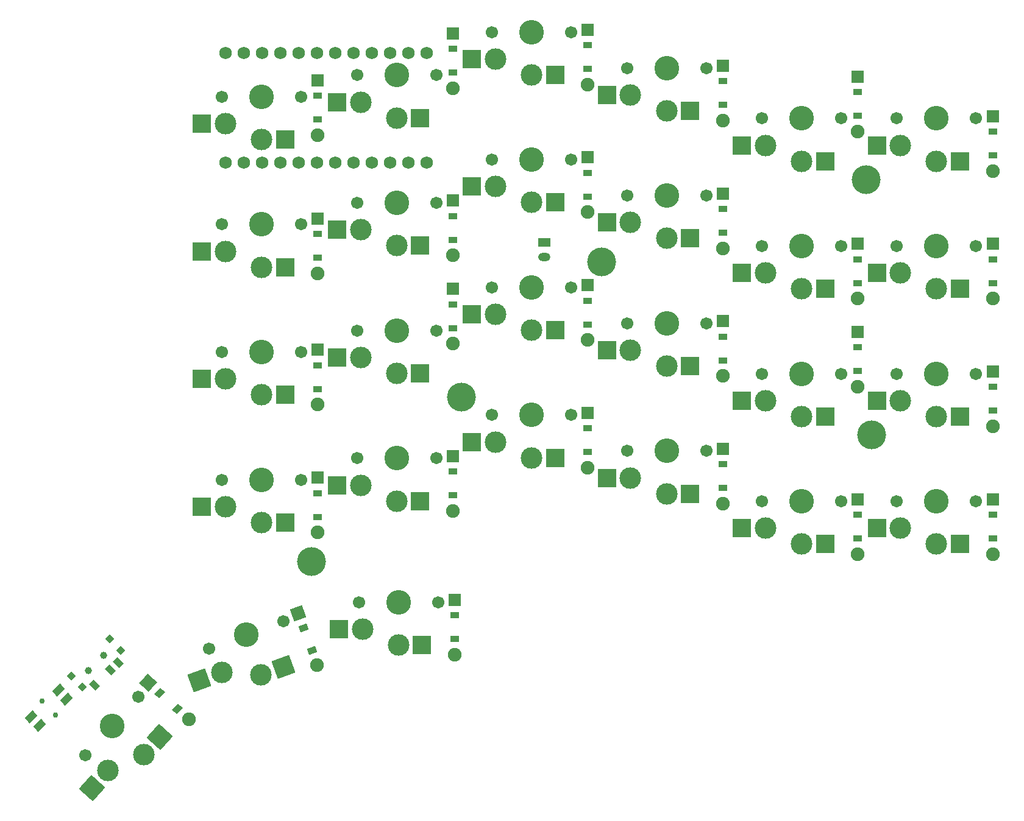
<source format=gbr>
%TF.GenerationSoftware,KiCad,Pcbnew,8.0.7*%
%TF.CreationDate,2024-12-27T12:50:11-06:00*%
%TF.ProjectId,right,72696768-742e-46b6-9963-61645f706362,v1.0.0*%
%TF.SameCoordinates,Original*%
%TF.FileFunction,Soldermask,Bot*%
%TF.FilePolarity,Negative*%
%FSLAX46Y46*%
G04 Gerber Fmt 4.6, Leading zero omitted, Abs format (unit mm)*
G04 Created by KiCad (PCBNEW 8.0.7) date 2024-12-27 12:50:11*
%MOMM*%
%LPD*%
G01*
G04 APERTURE LIST*
G04 Aperture macros list*
%AMRotRect*
0 Rectangle, with rotation*
0 The origin of the aperture is its center*
0 $1 length*
0 $2 width*
0 $3 Rotation angle, in degrees counterclockwise*
0 Add horizontal line*
21,1,$1,$2,0,0,$3*%
G04 Aperture macros list end*
%ADD10RotRect,0.900000X0.900000X44.000000*%
%ADD11C,1.000000*%
%ADD12RotRect,0.900000X1.250000X44.000000*%
%ADD13C,4.000000*%
%ADD14C,1.701800*%
%ADD15C,3.000000*%
%ADD16C,3.429000*%
%ADD17R,2.600000X2.600000*%
%ADD18R,1.778000X1.778000*%
%ADD19R,1.200000X0.900000*%
%ADD20C,1.905000*%
%ADD21RotRect,2.600000X2.600000X228.000000*%
%ADD22R,1.700000X1.200000*%
%ADD23O,1.700000X1.200000*%
%ADD24C,1.752600*%
%ADD25RotRect,2.600000X2.600000X200.000000*%
%ADD26C,0.750000*%
%ADD27RotRect,1.550000X1.000000X44.000000*%
%ADD28RotRect,1.778000X1.778000X290.000000*%
%ADD29RotRect,0.900000X1.200000X290.000000*%
%ADD30RotRect,1.778000X1.778000X318.000000*%
%ADD31RotRect,0.900000X1.200000X318.000000*%
G04 APERTURE END LIST*
D10*
%TO.C,T1*%
X267317797Y-174264882D03*
X268846045Y-175847430D03*
D11*
X269664468Y-173527908D03*
X271822488Y-171443932D03*
D10*
X272640911Y-169124410D03*
X274169159Y-170706958D03*
D12*
X270566380Y-175541531D03*
X272724399Y-173457556D03*
X273803409Y-172415569D03*
%TD*%
D13*
%TO.C,*%
X378500000Y-140750000D03*
%TD*%
D14*
%TO.C,S18*%
X318000000Y-126250000D03*
D15*
X312500000Y-132200000D03*
D16*
X312500000Y-126250000D03*
D15*
X307500000Y-130000000D03*
D14*
X307000000Y-126250000D03*
D17*
X315775000Y-132200000D03*
X304225000Y-130000000D03*
%TD*%
D13*
%TO.C,*%
X341000000Y-116750000D03*
%TD*%
D18*
%TO.C,D6*%
X376550000Y-114190000D03*
D19*
X376550000Y-116350000D03*
X376550000Y-119650000D03*
D20*
X376550000Y-121810000D03*
%TD*%
D18*
%TO.C,D21*%
X376550000Y-126440000D03*
D19*
X376550000Y-128600000D03*
X376550000Y-131900000D03*
D20*
X376550000Y-134060000D03*
%TD*%
D14*
%TO.C,S5*%
X374250000Y-150000000D03*
D15*
X368750000Y-155950000D03*
D16*
X368750000Y-150000000D03*
D15*
X363750000Y-153750000D03*
D14*
X363250000Y-150000000D03*
D17*
X372025000Y-155950000D03*
X360475000Y-153750000D03*
%TD*%
D14*
%TO.C,S23*%
X299250000Y-111500000D03*
D15*
X293750000Y-117450000D03*
D16*
X293750000Y-111500000D03*
D15*
X288750000Y-115250000D03*
D14*
X288250000Y-111500000D03*
D17*
X297025000Y-117450000D03*
X285475000Y-115250000D03*
%TD*%
D18*
%TO.C,D1*%
X395300000Y-149690000D03*
D19*
X395300000Y-151850000D03*
X395300000Y-155150000D03*
D20*
X395300000Y-157310000D03*
%TD*%
D18*
%TO.C,D17*%
X301550000Y-128940000D03*
D19*
X301550000Y-131100000D03*
X301550000Y-134400000D03*
D20*
X301550000Y-136560000D03*
%TD*%
D18*
%TO.C,D14*%
X320300000Y-143690000D03*
D19*
X320300000Y-145850000D03*
X320300000Y-149150000D03*
D20*
X320300000Y-151310000D03*
%TD*%
D14*
%TO.C,S15*%
X336750000Y-102500000D03*
D15*
X331250000Y-108450000D03*
D16*
X331250000Y-102500000D03*
D15*
X326250000Y-106250000D03*
D14*
X325750000Y-102500000D03*
D17*
X334525000Y-108450000D03*
X322975000Y-106250000D03*
%TD*%
D14*
%TO.C,S4*%
X393000000Y-96750000D03*
D15*
X387500000Y-102700000D03*
D16*
X387500000Y-96750000D03*
D15*
X382500000Y-100500000D03*
D14*
X382000000Y-96750000D03*
D17*
X390775000Y-102700000D03*
X379225000Y-100500000D03*
%TD*%
D14*
%TO.C,S27*%
X276651629Y-177132826D03*
D15*
X277393123Y-185201450D03*
D16*
X272971411Y-181220123D03*
D15*
X272412551Y-187445087D03*
D14*
X269291193Y-185307420D03*
D21*
X279584525Y-182767651D03*
X270221148Y-189878886D03*
%TD*%
D14*
%TO.C,S17*%
X318000000Y-144000000D03*
D15*
X312500000Y-149950000D03*
D16*
X312500000Y-144000000D03*
D15*
X307500000Y-147750000D03*
D14*
X307000000Y-144000000D03*
D17*
X315775000Y-149950000D03*
X304225000Y-147750000D03*
%TD*%
D14*
%TO.C,S2*%
X393000000Y-132250000D03*
D15*
X387500000Y-138200000D03*
D16*
X387500000Y-132250000D03*
D15*
X382500000Y-136000000D03*
D14*
X382000000Y-132250000D03*
D17*
X390775000Y-138200000D03*
X379225000Y-136000000D03*
%TD*%
D18*
%TO.C,D13*%
X339050000Y-84440000D03*
D19*
X339050000Y-86600000D03*
X339050000Y-89900000D03*
D20*
X339050000Y-92060000D03*
%TD*%
D22*
%TO.C,JST1*%
X333000000Y-114000000D03*
D23*
X333000000Y-116000000D03*
%TD*%
D13*
%TO.C,*%
X300683611Y-158349259D03*
%TD*%
D18*
%TO.C,D4*%
X395300000Y-96440000D03*
D19*
X395300000Y-98600000D03*
X395300000Y-101900000D03*
D20*
X395300000Y-104060000D03*
%TD*%
D18*
%TO.C,D7*%
X357800000Y-142690000D03*
D19*
X357800000Y-144850000D03*
X357800000Y-148150000D03*
D20*
X357800000Y-150310000D03*
%TD*%
D24*
%TO.C,MCU1*%
X288780000Y-102870000D03*
X291320000Y-102870000D03*
X293860000Y-102870000D03*
X296400000Y-102870000D03*
X298940000Y-102870000D03*
X301480000Y-102870000D03*
X304020000Y-102870000D03*
X306560000Y-102870000D03*
X309100000Y-102870000D03*
X311640000Y-102870000D03*
X314180000Y-102870000D03*
X316720000Y-102870000D03*
X316720000Y-87630000D03*
X314180000Y-87630000D03*
X311640000Y-87630000D03*
X309100000Y-87630000D03*
X306560000Y-87630000D03*
X304020000Y-87630000D03*
X301480000Y-87630000D03*
X298940000Y-87630000D03*
X296400000Y-87630000D03*
X293860000Y-87630000D03*
X291320000Y-87630000D03*
X288780000Y-87630000D03*
%TD*%
D14*
%TO.C,S21*%
X299250000Y-147000000D03*
D15*
X293750000Y-152950000D03*
D16*
X293750000Y-147000000D03*
D15*
X288750000Y-150750000D03*
D14*
X288250000Y-147000000D03*
D17*
X297025000Y-152950000D03*
X285475000Y-150750000D03*
%TD*%
D18*
%TO.C,D15*%
X320300000Y-108190000D03*
D19*
X320300000Y-110350000D03*
X320300000Y-113650000D03*
D20*
X320300000Y-115810000D03*
%TD*%
D14*
%TO.C,S9*%
X355500000Y-143000000D03*
D15*
X350000000Y-148950000D03*
D16*
X350000000Y-143000000D03*
D15*
X345000000Y-146750000D03*
D14*
X344500000Y-143000000D03*
D17*
X353275000Y-148950000D03*
X341725000Y-146750000D03*
%TD*%
D14*
%TO.C,S10*%
X355500000Y-125250000D03*
D15*
X350000000Y-131200000D03*
D16*
X350000000Y-125250000D03*
D15*
X345000000Y-129000000D03*
D14*
X344500000Y-125250000D03*
D17*
X353275000Y-131200000D03*
X341725000Y-129000000D03*
%TD*%
D14*
%TO.C,S26*%
X296798739Y-166680392D03*
D15*
X293665450Y-174152674D03*
D16*
X291630430Y-168561503D03*
D15*
X288214542Y-173795451D03*
D14*
X286462121Y-170442614D03*
D25*
X296742943Y-173032558D03*
X285137049Y-174915567D03*
%TD*%
D18*
%TO.C,D5*%
X376550000Y-149690000D03*
D19*
X376550000Y-151850000D03*
X376550000Y-155150000D03*
D20*
X376550000Y-157310000D03*
%TD*%
D18*
%TO.C,D10*%
X357800000Y-89440000D03*
D19*
X357800000Y-91600000D03*
X357800000Y-94900000D03*
D20*
X357800000Y-97060000D03*
%TD*%
D18*
%TO.C,D24*%
X320300000Y-84940000D03*
D19*
X320300000Y-87100000D03*
X320300000Y-90400000D03*
D20*
X320300000Y-92560000D03*
%TD*%
D14*
%TO.C,S24*%
X299250000Y-93750000D03*
D15*
X293750000Y-99700000D03*
D16*
X293750000Y-93750000D03*
D15*
X288750000Y-97500000D03*
D14*
X288250000Y-93750000D03*
D17*
X297025000Y-99700000D03*
X285475000Y-97500000D03*
%TD*%
D14*
%TO.C,S8*%
X374250000Y-96750000D03*
D15*
X368750000Y-102700000D03*
D16*
X368750000Y-96750000D03*
D15*
X363750000Y-100500000D03*
D14*
X363250000Y-96750000D03*
D17*
X372025000Y-102700000D03*
X360475000Y-100500000D03*
%TD*%
D18*
%TO.C,D9*%
X357800000Y-107190000D03*
D19*
X357800000Y-109350000D03*
X357800000Y-112650000D03*
D20*
X357800000Y-114810000D03*
%TD*%
D14*
%TO.C,S25*%
X318250000Y-164000000D03*
D15*
X312750000Y-169950000D03*
D16*
X312750000Y-164000000D03*
D15*
X307750000Y-167750000D03*
D14*
X307250000Y-164000000D03*
D17*
X316025000Y-169950000D03*
X304475000Y-167750000D03*
%TD*%
D14*
%TO.C,S13*%
X336750000Y-138000000D03*
D15*
X331250000Y-143950000D03*
D16*
X331250000Y-138000000D03*
D15*
X326250000Y-141750000D03*
D14*
X325750000Y-138000000D03*
D17*
X334525000Y-143950000D03*
X322975000Y-141750000D03*
%TD*%
D26*
%TO.C,B1*%
X263245946Y-177716740D03*
X265156256Y-179694924D03*
D27*
X261722374Y-179917871D03*
X265498908Y-176270915D03*
X262903294Y-181140749D03*
X266679828Y-177493793D03*
%TD*%
D14*
%TO.C,S14*%
X336750000Y-120250000D03*
D15*
X331250000Y-126200000D03*
D16*
X331250000Y-120250000D03*
D15*
X326250000Y-124000000D03*
D14*
X325750000Y-120250000D03*
D17*
X334525000Y-126200000D03*
X322975000Y-124000000D03*
%TD*%
D14*
%TO.C,S11*%
X355500000Y-107500000D03*
D15*
X350000000Y-113450000D03*
D16*
X350000000Y-107500000D03*
D15*
X345000000Y-111250000D03*
D14*
X344500000Y-107500000D03*
D17*
X353275000Y-113450000D03*
X341725000Y-111250000D03*
%TD*%
D14*
%TO.C,S22*%
X299250000Y-129250000D03*
D15*
X293750000Y-135200000D03*
D16*
X293750000Y-129250000D03*
D15*
X288750000Y-133000000D03*
D14*
X288250000Y-129250000D03*
D17*
X297025000Y-135200000D03*
X285475000Y-133000000D03*
%TD*%
D18*
%TO.C,D22*%
X376550000Y-90940000D03*
D19*
X376550000Y-93100000D03*
X376550000Y-96400000D03*
D20*
X376550000Y-98560000D03*
%TD*%
D18*
%TO.C,D16*%
X301550000Y-146690000D03*
D19*
X301550000Y-148850000D03*
X301550000Y-152150000D03*
D20*
X301550000Y-154310000D03*
%TD*%
D18*
%TO.C,D8*%
X357800000Y-124940000D03*
D19*
X357800000Y-127100000D03*
X357800000Y-130400000D03*
D20*
X357800000Y-132560000D03*
%TD*%
D28*
%TO.C,D19*%
X298854006Y-165602441D03*
D29*
X299592770Y-167632177D03*
X300721436Y-170733163D03*
D20*
X301460200Y-172762899D03*
%TD*%
D18*
%TO.C,D2*%
X395300000Y-131940000D03*
D19*
X395300000Y-134100000D03*
X395300000Y-137400000D03*
D20*
X395300000Y-139560000D03*
%TD*%
D14*
%TO.C,S12*%
X355500000Y-89750000D03*
D15*
X350000000Y-95700000D03*
D16*
X350000000Y-89750000D03*
D15*
X345000000Y-93500000D03*
D14*
X344500000Y-89750000D03*
D17*
X353275000Y-95700000D03*
X341725000Y-93500000D03*
%TD*%
D30*
%TO.C,D20*%
X277960254Y-175216163D03*
D31*
X279565447Y-176661485D03*
X282017825Y-178869617D03*
D20*
X283623018Y-180314939D03*
%TD*%
D13*
%TO.C,*%
X321500000Y-135500000D03*
%TD*%
D14*
%TO.C,S7*%
X374250000Y-114500000D03*
D15*
X368750000Y-120450000D03*
D16*
X368750000Y-114500000D03*
D15*
X363750000Y-118250000D03*
D14*
X363250000Y-114500000D03*
D17*
X372025000Y-120450000D03*
X360475000Y-118250000D03*
%TD*%
D14*
%TO.C,S16*%
X336750000Y-84750000D03*
D15*
X331250000Y-90700000D03*
D16*
X331250000Y-84750000D03*
D15*
X326250000Y-88500000D03*
D14*
X325750000Y-84750000D03*
D17*
X334525000Y-90700000D03*
X322975000Y-88500000D03*
%TD*%
D18*
%TO.C,D11*%
X339050000Y-137690000D03*
D19*
X339050000Y-139850000D03*
X339050000Y-143150000D03*
D20*
X339050000Y-145310000D03*
%TD*%
D18*
%TO.C,D23*%
X320300000Y-120440000D03*
D19*
X320300000Y-122600000D03*
X320300000Y-125900000D03*
D20*
X320300000Y-128060000D03*
%TD*%
D14*
%TO.C,S20*%
X318000000Y-90750000D03*
D15*
X312500000Y-96700000D03*
D16*
X312500000Y-90750000D03*
D15*
X307500000Y-94500000D03*
D14*
X307000000Y-90750000D03*
D17*
X315775000Y-96700000D03*
X304225000Y-94500000D03*
%TD*%
D18*
%TO.C,D27*%
X339050000Y-102190000D03*
D19*
X339050000Y-104350000D03*
X339050000Y-107650000D03*
D20*
X339050000Y-109810000D03*
%TD*%
D18*
%TO.C,D12*%
X339050000Y-119940000D03*
D19*
X339050000Y-122100000D03*
X339050000Y-125400000D03*
D20*
X339050000Y-127560000D03*
%TD*%
D14*
%TO.C,S1*%
X393000000Y-150000000D03*
D15*
X387500000Y-155950000D03*
D16*
X387500000Y-150000000D03*
D15*
X382500000Y-153750000D03*
D14*
X382000000Y-150000000D03*
D17*
X390775000Y-155950000D03*
X379225000Y-153750000D03*
%TD*%
D14*
%TO.C,S3*%
X393000000Y-114500000D03*
D15*
X387500000Y-120450000D03*
D16*
X387500000Y-114500000D03*
D15*
X382500000Y-118250000D03*
D14*
X382000000Y-114500000D03*
D17*
X390775000Y-120450000D03*
X379225000Y-118250000D03*
%TD*%
D18*
%TO.C,D26*%
X301550000Y-110690000D03*
D19*
X301550000Y-112850000D03*
X301550000Y-116150000D03*
D20*
X301550000Y-118310000D03*
%TD*%
D14*
%TO.C,S6*%
X374250000Y-132250000D03*
D15*
X368750000Y-138200000D03*
D16*
X368750000Y-132250000D03*
D15*
X363750000Y-136000000D03*
D14*
X363250000Y-132250000D03*
D17*
X372025000Y-138200000D03*
X360475000Y-136000000D03*
%TD*%
D14*
%TO.C,S19*%
X318000000Y-108500000D03*
D15*
X312500000Y-114450000D03*
D16*
X312500000Y-108500000D03*
D15*
X307500000Y-112250000D03*
D14*
X307000000Y-108500000D03*
D17*
X315775000Y-114450000D03*
X304225000Y-112250000D03*
%TD*%
D18*
%TO.C,D25*%
X301550000Y-91440000D03*
D19*
X301550000Y-93600000D03*
X301550000Y-96900000D03*
D20*
X301550000Y-99060000D03*
%TD*%
D18*
%TO.C,D3*%
X395300000Y-114190000D03*
D19*
X395300000Y-116350000D03*
X395300000Y-119650000D03*
D20*
X395300000Y-121810000D03*
%TD*%
D18*
%TO.C,D18*%
X320550000Y-163690000D03*
D19*
X320550000Y-165850000D03*
X320550000Y-169150000D03*
D20*
X320550000Y-171310000D03*
%TD*%
D13*
%TO.C,*%
X377750000Y-105250000D03*
%TD*%
M02*

</source>
